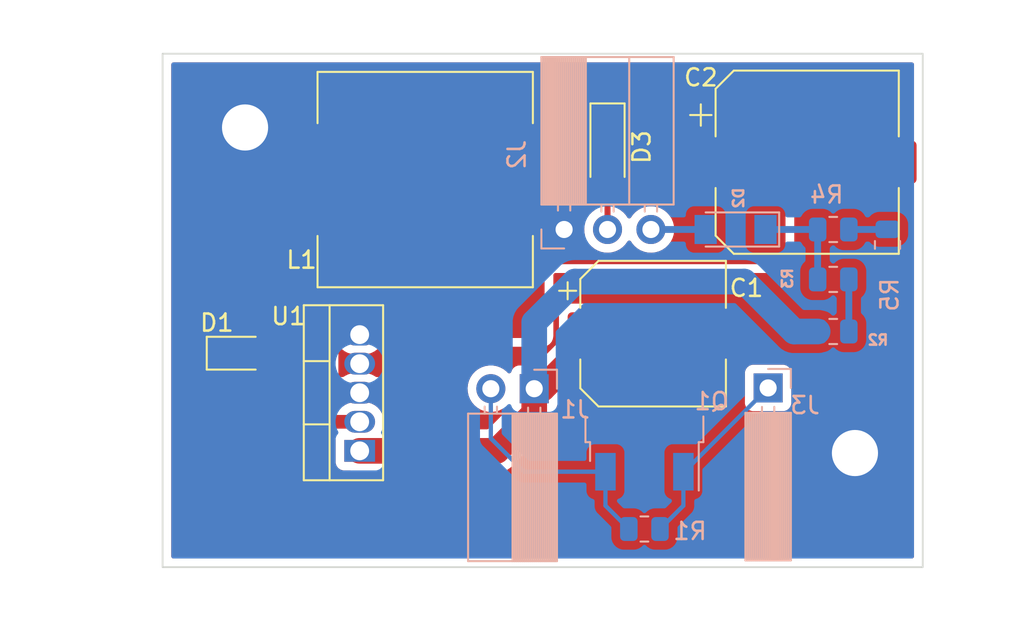
<source format=kicad_pcb>
(kicad_pcb (version 20211014) (generator pcbnew)
  (layers (0 "F.Cu" signal) (31 "B.Cu" signal) (34 "B.Paste" user) (35 "F.Paste" user) (36 "B.SilkS" user "B.Silkscreen") (37 "F.SilkS" user "F.Silkscreen") (38 "B.Mask" user) (39 "F.Mask" user) (44 "Edge.Cuts" user))
  (net 0 "")
  (net 1 "Net-(C1-Pad1)")
  (net 2 "GND")
  (net 3 "Net-(D1-Pad2)")
  (net 4 "+5V")
  (net 5 "Net-(J3-Pad1)")
  (net 6 "Net-(J1-Pad2)")
  (net 7 "Net-(R3-Pad2)")
  (net 8 "ADC")
  (net 9 "Net-(J2-Pad2)")
  (net 10 "Net-(R2-Pad2)")
  (net 11 "Net-(R4-Pad2)")
  (footprint "Capacitor_SMD:CP_Elec_8x10" (layer "F.Cu") (at 137.414 98.044)
    (fp_text reference "C1" (at 5.461 -2.667 180) (layer "F.SilkS"))
    (fp_text value "100µF")
    (fp_line (start -4.26 3.195563) (end -3.195563 4.26) (layer "F.SilkS") (width 0.12))
    (fp_line (start 4.26 4.26) (end 4.26 1.51) (layer "F.SilkS") (width 0.12))
    (fp_line (start -5 -3.01) (end -5 -2.01) (layer "F.SilkS") (width 0.12))
    (fp_line (start -3.195563 -4.26) (end 4.26 -4.26) (layer "F.SilkS") (width 0.12))
    (fp_line (start -3.195563 4.26) (end 4.26 4.26) (layer "F.SilkS") (width 0.12))
    (fp_line (start -4.26 -3.195563) (end -4.26 -1.51) (layer "F.SilkS") (width 0.12))
    (fp_line (start 4.26 -4.26) (end 4.26 -1.51) (layer "F.SilkS") (width 0.12))
    (fp_line (start -5.5 -2.51) (end -4.5 -2.51) (layer "F.SilkS") (width 0.12))
    (fp_line (start -4.26 3.195563) (end -4.26 1.51) (layer "F.SilkS") (width 0.12))
    (fp_line (start -4.26 -3.195563) (end -3.195563 -4.26) (layer "F.SilkS") (width 0.12))
    (pad "1" smd roundrect (at -3.25 0) (size 3.5 2.5) (layers "F.Cu" "F.Paste" "F.Mask") (roundrect_rratio 0.1) (net 1 "Net-(C1-Pad1)"))
    (pad "2" smd roundrect (at 3.25 0) (size 3.5 2.5) (layers "F.Cu" "F.Paste" "F.Mask") (roundrect_rratio 0.1) (net 2 "GND"))
  )
  (footprint "Capacitor_SMD:CP_Elec_10x10.5" (layer "F.Cu") (at 146.431 88.011)
    (fp_text reference "C2" (at -6.223 -4.953) (layer "F.SilkS"))
    (fp_text value "330µF")
    (fp_line (start -5.36 -4.295563) (end -4.295563 -5.36) (layer "F.SilkS") (width 0.12))
    (fp_line (start 5.36 5.36) (end 5.36 1.51) (layer "F.SilkS") (width 0.12))
    (fp_line (start -6.225 -3.385) (end -6.225 -2.135) (layer "F.SilkS") (width 0.12))
    (fp_line (start -5.36 4.295563) (end -5.36 1.51) (layer "F.SilkS") (width 0.12))
    (fp_line (start -6.85 -2.76) (end -5.6 -2.76) (layer "F.SilkS") (width 0.12))
    (fp_line (start -5.36 4.295563) (end -4.295563 5.36) (layer "F.SilkS") (width 0.12))
    (fp_line (start -5.36 -4.295563) (end -5.36 -1.51) (layer "F.SilkS") (width 0.12))
    (fp_line (start -4.295563 -5.36) (end 5.36 -5.36) (layer "F.SilkS") (width 0.12))
    (fp_line (start -4.295563 5.36) (end 5.36 5.36) (layer "F.SilkS") (width 0.12))
    (fp_line (start 5.36 -5.36) (end 5.36 -1.51) (layer "F.SilkS") (width 0.12))
    (pad "1" smd roundrect (at -4.2 0) (size 4.4 2.5) (layers "F.Cu" "F.Paste" "F.Mask") (roundrect_rratio 0.1) (net 4 "+5V"))
    (pad "2" smd roundrect (at 4.2 0) (size 4.4 2.5) (layers "F.Cu" "F.Paste" "F.Mask") (roundrect_rratio 0.1) (net 2 "GND"))
  )
  (footprint "Inductor_SMD:L_12x12mm_H8mm" (layer "F.Cu") (at 124.079 89.027)
    (fp_text reference "L1" (at -7.239 4.699 180) (layer "F.SilkS"))
    (fp_text value "330µH")
    (fp_line (start -6.3 -3.3) (end -6.3 -6.3) (layer "F.SilkS") (width 0.12))
    (fp_line (start 6.3 -6.3) (end 6.3 -3.3) (layer "F.SilkS") (width 0.12))
    (fp_line (start -6.3 6.3) (end -6.3 3.3) (layer "F.SilkS") (width 0.12))
    (fp_line (start -6.3 -6.3) (end 6.3 -6.3) (layer "F.SilkS") (width 0.12))
    (fp_line (start 6.3 6.3) (end -6.3 6.3) (layer "F.SilkS") (width 0.12))
    (fp_line (start 6.3 3.3) (end 6.3 6.3) (layer "F.SilkS") (width 0.12))
    (pad "1" smd rect (at -4.95 0) (size 2.9 5.4) (layers "F.Cu" "F.Paste" "F.Mask") (net 3 "Net-(D1-Pad2)"))
    (pad "2" smd rect (at 4.95 0) (size 2.9 5.4) (layers "F.Cu" "F.Paste" "F.Mask") (net 4 "+5V"))
  )
  (footprint "MountingHole:MountingHole_2.7mm_M2.5_Pad" (layer "F.Cu") (at 113.538 85.979)
    (fp_text reference "H2" hide)
    (fp_text value "MountingHole_Pad")
    (pad "1" thru_hole circle (at 0 0) (size 5.4 5.4) (drill 2.7) (layers *.Cu *.Mask) (net 2 "GND"))
  )
  (footprint "MountingHole:MountingHole_2.7mm_M2.5_Pad" (layer "F.Cu") (at 149.225 105.029 90)
    (fp_text reference "H1" hide)
    (fp_text value "MountingHole_Pad")
    (pad "1" thru_hole circle (at 0 0 90) (size 5.4 5.4) (drill 2.7) (layers *.Cu *.Mask) (net 2 "GND"))
  )
  (footprint "Diode_SMD:D_0805_2012Metric_Pad1.15x1.40mm_HandSolder" (layer "F.Cu") (at 113.157 99.187)
    (fp_text reference "D1" (at -1.27 -1.778) (layer "F.SilkS"))
    (fp_text value "1N4148")
    (fp_line (start 1 -0.96) (end -1.86 -0.96) (layer "F.SilkS") (width 0.12))
    (fp_line (start -1.86 0.96) (end 1 0.96) (layer "F.SilkS") (width 0.12))
    (fp_line (start -1.86 -0.96) (end -1.86 0.96) (layer "F.SilkS") (width 0.12))
    (pad "1" smd roundrect (at -1.025 0) (size 1.15 1.4) (layers "F.Cu" "F.Paste" "F.Mask") (roundrect_rratio 0.2173913043) (net 2 "GND"))
    (pad "2" smd roundrect (at 1.025 0) (size 1.15 1.4) (layers "F.Cu" "F.Paste" "F.Mask") (roundrect_rratio 0.2173913043) (net 3 "Net-(D1-Pad2)"))
  )
  (footprint "Package_TO_SOT_THT:TO-220-5_Vertical" (layer "F.Cu") (at 120.245 104.9 90)
    (fp_text reference "U1" (at 7.872 -4.167 180) (layer "F.SilkS"))
    (fp_text value "LM2575-5.0BT")
    (fp_line (start -1.721 1.371) (end 8.52 1.371) (layer "F.SilkS") (width 0.12))
    (fp_line (start 1.55 -3.27) (end 1.55 -1.76) (layer "F.SilkS") (width 0.12))
    (fp_line (start 8.52 -3.27) (end 8.52 1.371) (layer "F.SilkS") (width 0.12))
    (fp_line (start 5.25 -3.27) (end 5.25 -1.76) (layer "F.SilkS") (width 0.12))
    (fp_line (start -1.721 -3.27) (end 8.52 -3.27) (layer "F.SilkS") (width 0.12))
    (fp_line (start -1.721 -1.76) (end 8.52 -1.76) (layer "F.SilkS") (width 0.12))
    (fp_line (start -1.721 -3.27) (end -1.721 1.371) (layer "F.SilkS") (width 0.12))
    (pad "1" thru_hole rect (at 0 0 90) (size 1.275 1.8) (drill 1.1) (layers *.Cu *.Mask) (net 1 "Net-(C1-Pad1)"))
    (pad "2" thru_hole oval (at 1.7 0 90) (size 1.275 1.8) (drill 1.1) (layers *.Cu *.Mask) (net 3 "Net-(D1-Pad2)"))
    (pad "3" thru_hole oval (at 3.4 0 90) (size 1.275 1.8) (drill 1.1) (layers *.Cu *.Mask) (net 2 "GND"))
    (pad "4" thru_hole oval (at 5.1 0 90) (size 1.275 1.8) (drill 1.1) (layers *.Cu *.Mask) (net 4 "+5V"))
    (pad "5" thru_hole oval (at 6.8 0 90) (size 1.275 1.8) (drill 1.1) (layers *.Cu *.Mask) (net 2 "GND"))
  )
  (footprint "Diode_SMD:D_MiniMELF" (layer "F.Cu") (at 134.747 87.122 -90)
    (fp_text reference "D3" (at 0 -2 90) (layer "F.SilkS"))
    (fp_text value "BZV55B4V7")
    (fp_line (start 1.75 -1) (end -2.55 -1) (layer "F.SilkS") (width 0.12))
    (fp_line (start -2.55 -1) (end -2.55 1) (layer "F.SilkS") (width 0.12))
    (fp_line (start -2.55 1) (end 1.75 1) (layer "F.SilkS") (width 0.12))
    (pad "1" smd rect (at -1.75 0 270) (size 1.3 1.7) (layers "F.Cu" "F.Paste" "F.Mask") (net 4 "+5V"))
    (pad "2" smd rect (at 1.75 0 270) (size 1.3 1.7) (layers "F.Cu" "F.Paste" "F.Mask") (net 9 "Net-(J2-Pad2)"))
  )
  (footprint "Package_TO_SOT_SMD:TO-252-2" (layer "B.Cu") (at 136.906 101.922 90)
    (fp_text reference "Q1" (at -0.083 3.936) (layer "B.SilkS") (effects (justify mirror)))
    (fp_text value "QM6006D")
    (fp_line (start -0.97 -3.45) (end -2.47 -3.45) (layer "B.SilkS") (width 0.12))
    (fp_line (start -2.47 -3.45) (end -2.47 -3.18) (layer "B.SilkS") (width 0.12))
    (fp_line (start -0.97 3.45) (end -2.47 3.45) (layer "B.SilkS") (width 0.12))
    (fp_line (start -2.47 3.18) (end -5.3 3.18) (layer "B.SilkS") (width 0.12))
    (fp_line (start -2.47 -3.18) (end -3.57 -3.18) (layer "B.SilkS") (width 0.12))
    (fp_line (start -2.47 3.45) (end -2.47 3.18) (layer "B.SilkS") (width 0.12))
    (pad "1" smd rect (at -4.2 2.28 90) (size 2.2 1.2) (layers "B.Cu" "B.Paste" "B.Mask") (net 5 "Net-(J3-Pad1)"))
    (pad "2" smd rect (at 2.1 0 90) (size 6.4 5.8) (layers "B.Cu" "B.Mask") (net 2 "GND"))
    (pad "3" smd rect (at -4.2 -2.28 90) (size 2.2 1.2) (layers "B.Cu" "B.Paste" "B.Mask") (net 6 "Net-(J1-Pad2)"))
  )
  (footprint "Connector_PinSocket_2.54mm:PinSocket_1x02_P2.54mm_Horizontal" (layer "B.Cu") (at 130.459 101.264 90)
    (fp_text reference "J1" (at -1.225 2.383 180) (layer "B.SilkS") (effects (justify mirror)))
    (fp_text value "UBat 38V")
    (fp_line (start -1.46 -2.18) (end -1.05 -2.18) (layer "B.SilkS") (width 0.12))
    (fp_line (start -10.09 -0.20714) (end -1.46 -0.20714) (layer "B.SilkS") (width 0.12))
    (fp_line (start -10.09 0.619525) (end -1.46 0.619525) (layer "B.SilkS") (width 0.12))
    (fp_line (start -10.09 -1.033805) (end -1.46 -1.033805) (layer "B.SilkS") (width 0.12))
    (fp_line (start -10.09 -0.797615) (end -1.46 -0.797615) (layer "B.SilkS") (width 0.12))
    (fp_line (start -10.09 -3.87) (end -1.46 -3.87) (layer "B.SilkS") (width 0.12))
    (fp_line (start -10.09 -1.27) (end -1.46 -1.27) (layer "B.SilkS") (width 0.12))
    (fp_line (start -10.09 0.383335) (end -1.46 0.383335) (layer "B.SilkS") (width 0.12))
    (fp_line (start -10.09 0.97381) (end -1.46 0.97381) (layer "B.SilkS") (width 0.12))
    (fp_line (start -10.09 0.50143) (end -1.46 0.50143) (layer "B.SilkS") (width 0.12))
    (fp_line (start -1.46 -0.36) (end -1.11 -0.36) (layer "B.SilkS") (width 0.12))
    (fp_line (start 1.11 1.33) (end 1.11 0) (layer "B.SilkS") (width 0.12))
    (fp_line (start -1.46 -2.9) (end -1.05 -2.9) (layer "B.SilkS") (width 0.12))
    (fp_line (start -10.09 0.73762) (end -1.46 0.73762) (layer "B.SilkS") (width 0.12))
    (fp_line (start -10.09 -0.91571) (end -1.46 -0.91571) (layer "B.SilkS") (width 0.12))
    (fp_line (start -1.46 0.36) (end -1.11 0.36) (layer "B.SilkS") (width 0.12))
    (fp_line (start 0 1.33) (end 1.11 1.33) (layer "B.SilkS") (width 0.12))
    (fp_line (start -10.09 1.21) (end -1.46 1.21) (layer "B.SilkS") (width 0.12))
    (fp_line (start -10.09 1.33) (end -1.46 1.33) (layer "B.SilkS") (width 0.12))
    (fp_line (start -10.09 -0.44333) (end -1.46 -0.44333) (layer "B.SilkS") (width 0.12))
    (fp_line (start -10.09 -0.325235) (end -1.46 -0.325235) (layer "B.SilkS") (width 0.12))
    (fp_line (start -10.09 0.855715) (end -1.46 0.855715) (layer "B.SilkS") (width 0.12))
    (fp_line (start -10.09 1.091905) (end -1.46 1.091905) (layer "B.SilkS") (width 0.12))
    (fp_line (start -10.09 0.26524) (end -1.46 0.26524) (layer "B.SilkS") (width 0.12))
    (fp_line (start -10.09 0.02905) (end -1.46 0.02905) (layer "B.SilkS") (width 0.12))
    (fp_line (start -10.09 -0.67952) (end -1.46 -0.67952) (layer "B.SilkS") (width 0.12))
    (fp_line (start -10.09 0.147145) (end -1.46 0.147145) (layer "B.SilkS") (width 0.12))
    (fp_line (start -10.09 1.33) (end -10.09 -3.87) (layer "B.SilkS") (width 0.12))
    (fp_line (start -1.46 1.33) (end -1.46 -3.87) (layer "B.SilkS") (width 0.12))
    (fp_line (start -10.09 -0.561425) (end -1.46 -0.561425) (layer "B.SilkS") (width 0.12))
    (fp_line (start -10.09 -1.1519) (end -1.46 -1.1519) (layer "B.SilkS") (width 0.12))
    (fp_line (start -10.09 -0.089045) (end -1.46 -0.089045) (layer "B.SilkS") (width 0.12))
    (pad "1" thru_hole rect (at 0 0 90) (size 1.7 1.7) (drill 1) (layers *.Cu *.Mask) (net 1 "Net-(C1-Pad1)"))
    (pad "2" thru_hole oval (at 0 -2.54 90) (size 1.7 1.7) (drill 1) (layers *.Cu *.Mask) (net 6 "Net-(J1-Pad2)"))
  )
  (footprint "Resistor_SMD:R_0805_2012Metric" (layer "B.Cu") (at 147.955 94.869 180)
    (fp_text reference "R3" (at 2.67849 0.055396 90) (layer "B.SilkS") (effects (font (size 0.6 0.6)) (justify mirror)))
    (fp_text value "270k")
    (fp_line (start -0.227064 -0.735) (end 0.227064 -0.735) (layer "B.SilkS") (width 0.12))
    (fp_line (start -0.227064 0.735) (end 0.227064 0.735) (layer "B.SilkS") (width 0.12))
    (pad "1" smd roundrect (at -0.9125 0 180) (size 1.025 1.4) (layers "B.Cu" "B.Paste" "B.Mask") (roundrect_rratio 0.243902439) (net 10 "Net-(R2-Pad2)"))
    (pad "2" smd roundrect (at 0.9125 0 180) (size 1.025 1.4) (layers "B.Cu" "B.Paste" "B.Mask") (roundrect_rratio 0.243902439) (net 7 "Net-(R3-Pad2)"))
  )
  (footprint "Resistor_SMD:R_0805_2012Metric" (layer "B.Cu") (at 147.955 91.948)
    (fp_text reference "R4" (at -0.381 -2.032 180) (layer "B.SilkS") (effects (justify mirror)))
    (fp_text value "30k")
    (fp_line (start -0.227064 0.735) (end 0.227064 0.735) (layer "B.SilkS") (width 0.12))
    (fp_line (start -0.227064 -0.735) (end 0.227064 -0.735) (layer "B.SilkS") (width 0.12))
    (pad "1" smd roundrect (at -0.9125 0) (size 1.025 1.4) (layers "B.Cu" "B.Paste" "B.Mask") (roundrect_rratio 0.243902439) (net 7 "Net-(R3-Pad2)"))
    (pad "2" smd roundrect (at 0.9125 0) (size 1.025 1.4) (layers "B.Cu" "B.Paste" "B.Mask") (roundrect_rratio 0.243902439) (net 11 "Net-(R4-Pad2)"))
  )
  (footprint "Resistor_SMD:R_0805_2012Metric" (layer "B.Cu") (at 151.13 92.851084 -90)
    (fp_text reference "R5" (at 2.921 -0.127 90) (layer "B.SilkS") (effects (justify mirror)))
    (fp_text value "30k")
    (fp_line (start -0.227064 -0.735) (end 0.227064 -0.735) (layer "B.SilkS") (width 0.12))
    (fp_line (start -0.227064 0.735) (end 0.227064 0.735) (layer "B.SilkS") (width 0.12))
    (pad "1" smd roundrect (at -0.9125 0 270) (size 1.025 1.4) (layers "B.Cu" "B.Paste" "B.Mask") (roundrect_rratio 0.243902439) (net 11 "Net-(R4-Pad2)"))
    (pad "2" smd roundrect (at 0.9125 0 270) (size 1.025 1.4) (layers "B.Cu" "B.Paste" "B.Mask") (roundrect_rratio 0.243902439) (net 2 "GND"))
  )
  (footprint "Connector_PinSocket_2.54mm:PinSocket_1x01_P2.54mm_Horizontal" (layer "B.Cu") (at 144.145 101.219 90)
    (fp_text reference "J3" (at -1.016 2.159) (layer "B.SilkS") (effects (justify mirror)))
    (fp_text value "Zündung")
    (fp_line (start -10.09 0.28636) (end -1.46 0.28636) (layer "B.SilkS") (width 0.12))
    (fp_line (start -10.09 1.21) (end -1.46 1.21) (layer "B.SilkS") (width 0.12))
    (fp_line (start -10.09 -0.40637) (end -1.46 -0.40637) (layer "B.SilkS") (width 0.12))
    (fp_line (start -10.09 0.401815) (end -1.46 0.401815) (layer "B.SilkS") (width 0.12))
    (fp_line (start -10.09 -1.214555) (end -1.46 -1.214555) (layer "B.SilkS") (width 0.12))
    (fp_line (start -10.09 -0.752735) (end -1.46 -0.752735) (layer "B.SilkS") (width 0.12))
    (fp_line (start -1.46 -0.36) (end -1.11 -0.36) (layer "B.SilkS") (width 0.12))
    (fp_line (start -10.09 -1.33) (end -1.46 -1.33) (layer "B.SilkS") (width 0.12))
    (fp_line (start -10.09 1.33) (end -1.46 1.33) (layer "B.SilkS") (width 0.12))
    (fp_line (start -10.09 -0.060005) (end -1.46 -0.060005) (layer "B.SilkS") (width 0.12))
    (fp_line (start -1.46 0.36) (end -1.11 0.36) (layer "B.SilkS") (width 0.12))
    (fp_line (start -10.09 0.51727) (end -1.46 0.51727) (layer "B.SilkS") (width 0.12))
    (fp_line (start -10.09 0.632725) (end -1.46 0.632725) (layer "B.SilkS") (width 0.12))
    (fp_line (start -10.09 -0.521825) (end -1.46 -0.521825) (layer "B.SilkS") (width 0.12))
    (fp_line (start -10.09 -0.290915) (end -1.46 -0.290915) (layer "B.SilkS") (width 0.12))
    (fp_line (start -10.09 0.74818) (end -1.46 0.74818) (layer "B.SilkS") (width 0.12))
    (fp_line (start 1.11 1.33) (end 1.11 0) (layer "B.SilkS") (width 0.12))
    (fp_line (start -10.09 -0.63728) (end -1.46 -0.63728) (layer "B.SilkS") (width 0.12))
    (fp_line (start -10.09 1.33) (end -10.09 -1.33) (layer "B.SilkS") (width 0.12))
    (fp_line (start -10.09 -1.0991) (end -1.46 -1.0991) (layer "B.SilkS") (width 0.12))
    (fp_line (start -10.09 0.170905) (end -1.46 0.170905) (layer "B.SilkS") (width 0.12))
    (fp_line (start -10.09 0.863635) (end -1.46 0.863635) (layer "B.SilkS") (width 0.12))
    (fp_line (start -10.09 1.094545) (end -1.46 1.094545) (layer "B.SilkS") (width 0.12))
    (fp_line (start -10.09 -0.86819) (end -1.46 -0.86819) (layer "B.SilkS") (width 0.12))
    (fp_line (start -10.09 -0.983645) (end -1.46 -0.983645) (layer "B.SilkS") (width 0.12))
    (fp_line (start -10.09 -0.17546) (end -1.46 -0.17546) (layer "B.SilkS") (width 0.12))
    (fp_line (start -10.09 0.97909) (end -1.46 0.97909) (layer "B.SilkS") (width 0.12))
    (fp_line (start -1.46 1.33) (end -1.46 -1.33) (layer "B.SilkS") (width 0.12))
    (fp_line (start 0 1.33) (end 1.11 1.33) (layer "B.SilkS") (width 0.12))
    (fp_line (start -10.09 0.05545) (end -1.46 0.05545) (layer "B.SilkS") (width 0.12))
    (pad "1" thru_hole rect (at 0 0 90) (size 1.7 1.7) (drill 1) (layers *.Cu *.Mask) (net 5 "Net-(J3-Pad1)"))
  )
  (footprint "Resistor_SMD:R_0805_2012Metric" (layer "B.Cu") (at 147.955 97.917)
    (fp_text reference "R2" (at 2.616829 0.500156) (layer "B.SilkS") (effects (font (size 0.6 0.6)) (justify mirror)))
    (fp_text value "270k")
    (fp_line (start -0.227064 0.735) (end 0.227064 0.735) (layer "B.SilkS") (width 0.12))
    (fp_line (start -0.227064 -0.735) (end 0.227064 -0.735) (layer "B.SilkS") (width 0.12))
    (pad "1" smd roundrect (at -0.9125 0) (size 1.025 1.4) (layers "B.Cu" "B.Paste" "B.Mask") (roundrect_rratio 0.243902439) (net 1 "Net-(C1-Pad1)"))
    (pad "2" smd roundrect (at 0.9125 0) (size 1.025 1.4) (layers "B.Cu" "B.Paste" "B.Mask") (roundrect_rratio 0.243902439) (net 10 "Net-(R2-Pad2)"))
  )
  (footprint "Resistor_SMD:R_0805_2012Metric" (layer "B.Cu") (at 136.906 109.474 180)
    (fp_text reference "R1" (at -2.667 -0.127) (layer "B.SilkS") (effects (justify mirror)))
    (fp_text value "100k")
    (fp_line (start -0.227064 -0.735) (end 0.227064 -0.735) (layer "B.SilkS") (width 0.12))
    (fp_line (start -0.227064 0.735) (end 0.227064 0.735) (layer "B.SilkS") (width 0.12))
    (pad "1" smd roundrect (at -0.9125 0 180) (size 1.025 1.4) (layers "B.Cu" "B.Paste" "B.Mask") (roundrect_rratio 0.243902439) (net 5 "Net-(J3-Pad1)"))
    (pad "2" smd roundrect (at 0.9125 0 180) (size 1.025 1.4) (layers "B.Cu" "B.Paste" "B.Mask") (roundrect_rratio 0.243902439) (net 6 "Net-(J1-Pad2)"))
  )
  (footprint "Connector_PinSocket_2.54mm:PinSocket_1x03_P2.54mm_Horizontal" (layer "B.Cu") (at 132.207 91.948 -90)
    (fp_text reference "J2" (at -4.38 2.77 90) (layer "B.SilkS") (effects (justify mirror)))
    (fp_text value "Uout 5V")
    (fp_line (start -1.46 0.36) (end -1.11 0.36) (layer "B.SilkS") (width 0.12))
    (fp_line (start -10.09 -0.797615) (end -1.46 -0.797615) (layer "B.SilkS") (width 0.12))
    (fp_line (start -10.09 -0.20714) (end -1.46 -0.20714) (layer "B.SilkS") (width 0.12))
    (fp_line (start -10.09 1.33) (end -1.46 1.33) (layer "B.SilkS") (width 0.12))
    (fp_line (start -1.46 -5.44) (end -1.05 -5.44) (layer "B.SilkS") (width 0.12))
    (fp_line (start -10.09 0.147145) (end -1.46 0.147145) (layer "B.SilkS") (width 0.12))
    (fp_line (start -10.09 -0.325235) (end -1.46 -0.325235) (layer "B.SilkS") (width 0.12))
    (fp_line (start -10.09 -0.561425) (end -1.46 -0.561425) (layer "B.SilkS") (width 0.12))
    (fp_line (start -10.09 -0.089045) (end -1.46 -0.089045) (layer "B.SilkS") (width 0.12))
    (fp_line (start -10.09 0.97381) (end -1.46 0.97381) (layer "B.SilkS") (width 0.12))
    (fp_line (start -10.09 -1.1519) (end -1.46 -1.1519) (layer "B.SilkS") (width 0.12))
    (fp_line (start -10.09 0.02905) (end -1.46 0.02905) (layer "B.SilkS") (width 0.12))
    (fp_line (start -10.09 -0.44333) (end -1.46 -0.44333) (layer "B.SilkS") (width 0.12))
    (fp_line (start -10.09 0.383335) (end -1.46 0.383335) (layer "B.SilkS") (width 0.12))
    (fp_line (start 0 1.33) (end 1.11 1.33) (layer "B.SilkS") (width 0.12))
    (fp_line (start -10.09 -3.81) (end -1.46 -3.81) (layer "B.SilkS") (width 0.12))
    (fp_line (start -10.09 -1.27) (end -1.46 -1.27) (layer "B.SilkS") (width 0.12))
    (fp_line (start -10.09 -0.67952) (end -1.46 -0.67952) (layer "B.SilkS") (width 0.12))
    (fp_line (start -10.09 0.26524) (end -1.46 0.26524) (layer "B.SilkS") (width 0.12))
    (fp_line (start 1.11 1.33) (end 1.11 0) (layer "B.SilkS") (width 0.12))
    (fp_line (start -10.09 0.619525) (end -1.46 0.619525) (layer "B.SilkS") (width 0.12))
    (fp_line (start -10.09 0.73762) (end -1.46 0.73762) (layer "B.SilkS") (width 0.12))
    (fp_line (start -10.09 -1.033805) (end -1.46 -1.033805) (layer "B.SilkS") (width 0.12))
    (fp_line (start -1.46 -2.18) (end -1.05 -2.18) (layer "B.SilkS") (width 0.12))
    (fp_line (start -10.09 1.091905) (end -1.46 1.091905) (layer "B.SilkS") (width 0.12))
    (fp_line (start -1.46 -2.9) (end -1.05 -2.9) (layer "B.SilkS") (width 0.12))
    (fp_line (start -10.09 0.50143) (end -1.46 0.50143) (layer "B.SilkS") (width 0.12))
    (fp_line (start -10.09 -6.41) (end -1.46 -6.41) (layer "B.SilkS") (width 0.12))
    (fp_line (start -1.46 -4.72) (end -1.05 -4.72) (layer "B.SilkS") (width 0.12))
    (fp_line (start -1.46 -0.36) (end -1.11 -0.36) (layer "B.SilkS") (width 0.12))
    (fp_line (start -10.09 0.855715) (end -1.46 0.855715) (layer "B.SilkS") (width 0.12))
    (fp_line (start -10.09 1.21) (end -1.46 1.21) (layer "B.SilkS") (width 0.12))
    (fp_line (start -1.46 1.33) (end -1.46 -6.41) (layer "B.SilkS") (width 0.12))
    (fp_line (start -10.09 -0.91571) (end -1.46 -0.91571) (layer "B.SilkS") (width 0.12))
    (fp_line (start -10.09 1.33) (end -10.09 -6.41) (layer "B.SilkS") (width 0.12))
    (pad "1" thru_hole rect (at 0 0 270) (size 1.7 1.7) (drill 1) (layers *.Cu *.Mask) (net 2 "GND"))
    (pad "2" thru_hole oval (at 0 -2.54 270) (size 1.7 1.7) (drill 1) (layers *.Cu *.Mask) (net 9 "Net-(J2-Pad2)"))
    (pad "3" thru_hole oval (at 0 -5.08 270) (size 1.7 1.7) (drill 1) (layers *.Cu *.Mask) (net 8 "ADC"))
  )
  (footprint "Diode_SMD:D_MiniMELF" (layer "B.Cu") (at 142.24 91.948 180)
    (fp_text reference "D2" (at -0.17403 1.839173 90) (layer "B.SilkS") (effects (font (size 0.6 0.6)) (justify mirror)))
    (fp_text value "BZV55B4V7")
    (fp_line (start -2.55 1) (end -2.55 -1) (layer "B.SilkS") (width 0.12))
    (fp_line (start 1.75 1) (end -2.55 1) (layer "B.SilkS") (width 0.12))
    (fp_line (start -2.55 -1) (end 1.75 -1) (layer "B.SilkS") (width 0.12))
    (pad "1" smd rect (at -1.75 0 180) (size 1.3 1.7) (layers "B.Cu" "B.Paste" "B.Mask") (net 7 "Net-(R3-Pad2)"))
    (pad "2" smd rect (at 1.75 0 180) (size 1.3 1.7) (layers "B.Cu" "B.Paste" "B.Mask") (net 8 "ADC"))
  )
  (gr_rect (start 108.712 81.661) (end 153.19 111.709) (layer "Edge.Cuts") (width 0.1) (fill none))
  (segment (start 120.245 104.9) (end 128.272 104.9) (width 1.5) (layer "F.Cu") (net 1))
  (segment (start 128.272 104.9) (end 130.459 102.713) (width 1.5) (layer "F.Cu") (net 1))
  (segment (start 130.459 101.264) (end 130.944 101.264) (width 1.5) (layer "F.Cu") (net 1))
  (segment (start 130.944 101.264) (end 134.164 98.044) (width 1.5) (layer "F.Cu") (net 1))
  (segment (start 130.459 102.713) (end 130.459 101.264) (width 1.5) (layer "F.Cu") (net 1))
  (segment (start 145.669 97.917) (end 147.0425 97.917) (width 1.5) (layer "B.Cu") (net 1))
  (segment (start 130.459 97.379) (end 132.842 94.996) (width 1.5) (layer "B.Cu") (net 1))
  (segment (start 130.459 101.264) (end 130.459 97.379) (width 1.5) (layer "B.Cu") (net 1))
  (segment (start 142.748 94.996) (end 145.669 97.917) (width 1.5) (layer "B.Cu") (net 1))
  (segment (start 132.842 94.996) (end 142.748 94.996) (width 1.5) (layer "B.Cu") (net 1))
  (segment (start 114.182 99.187) (end 114.182 92.955) (width 0.8) (layer "F.Cu") (net 3))
  (segment (start 118.195 103.2) (end 114.182 99.187) (width 0.8) (layer "F.Cu") (net 3))
  (segment (start 118.11 89.027) (end 119.129 89.027) (width 0.8) (layer "F.Cu") (net 3))
  (segment (start 120.245 103.2) (end 118.195 103.2) (width 0.8) (layer "F.Cu") (net 3))
  (segment (start 114.182 92.955) (end 118.11 89.027) (width 0.8) (layer "F.Cu") (net 3))
  (segment (start 137.8185 109.474) (end 139.186 108.1065) (width 0.25) (layer "B.Cu") (net 5))
  (segment (start 139.186 106.122) (end 139.242 106.122) (width 0.25) (layer "B.Cu") (net 5))
  (segment (start 139.242 106.122) (end 144.145 101.219) (width 0.25) (layer "B.Cu") (net 5))
  (segment (start 139.186 108.1065) (end 139.186 106.122) (width 0.25) (layer "B.Cu") (net 5))
  (segment (start 134.626 108.1065) (end 135.9935 109.474) (width 0.25) (layer "B.Cu") (net 6))
  (segment (start 129.871 106.122) (end 134.626 106.122) (width 0.25) (layer "B.Cu") (net 6))
  (segment (start 127.919 104.17) (end 129.871 106.122) (width 0.25) (layer "B.Cu") (net 6))
  (segment (start 127.919 101.264) (end 127.919 104.17) (width 0.25) (layer "B.Cu") (net 6))
  (segment (start 134.626 106.122) (end 134.626 108.1065) (width 0.25) (layer "B.Cu") (net 6))
  (segment (start 143.99 91.948) (end 147.0425 91.948) (width 0.4) (layer "B.Cu") (net 7))
  (segment (start 147.0425 91.948) (end 147.0425 94.869) (width 0.4) (layer "B.Cu") (net 7))
  (segment (start 137.287 91.948) (end 140.49 91.948) (width 0.4) (layer "B.Cu") (net 8))
  (segment (start 134.747 91.948) (end 134.747 88.872) (width 0.35) (layer "F.Cu") (net 9))
  (segment (start 148.8675 94.869) (end 148.8675 97.917) (width 0.4) (layer "B.Cu") (net 10))
  (segment (start 151.120584 91.948) (end 151.13 91.938584) (width 0.4) (layer "B.Cu") (net 11))
  (segment (start 148.8675 91.948) (end 151.120584 91.948) (width 0.4) (layer "B.Cu") (net 11))
  (zone (net 4) (net_name "+5V") (layer "F.Cu") (priority 1) (connect_pads yes (clearance 0.508)) (min_thickness 0.254) (fill yes (thermal_gap 0.508) (thermal_bridge_width 0.508))
    (polygon (pts (xy 145.161 93.98) (xy 131.064 93.98) (xy 131.064 98.298) (xy 125.73 98.298) (xy 125.73 100.584) (xy 118.999 100.584) (xy 118.999 96.012) (xy 126.746 96.012) (xy 126.746 84.582) (xy 145.161 84.582)))
  )
  (zone (net 2) (net_name "GND") (layers F&B.Cu) (connect_pads yes (clearance 0.508)) (min_thickness 0.254) (fill yes (thermal_gap 0.508) (thermal_bridge_width 0.508))
    (polygon (pts (xy 153.398279 111.600338) (xy 108.849984 111.722251) (xy 108.966679 81.62328) (xy 153.260974 81.628367)))
  )
)
</source>
